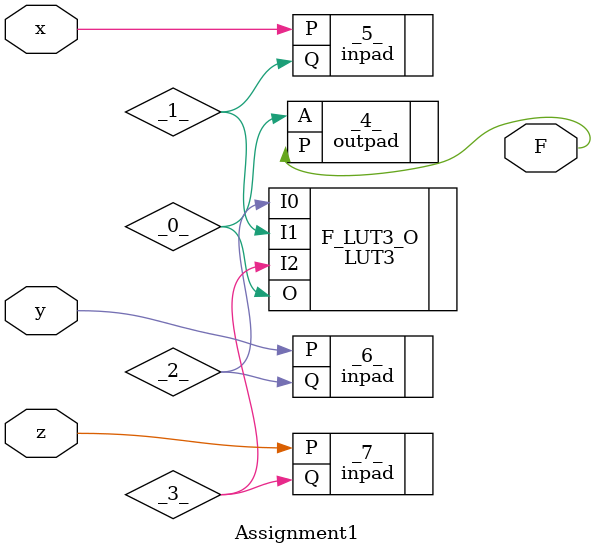
<source format=v>
/* Generated by Yosys 0.9+2406 (git sha1 9ac3484, x86_64-conda_cos6-linux-gnu-gcc 1.24.0.133_b0863d8_dirty -fvisibility-inlines-hidden -fmessage-length=0 -march=nocona -mtune=haswell -ftree-vectorize -fPIC -fstack-protector-strong -fno-plt -O2 -ffunction-sections -fdebug-prefix-map=/root/anaconda3/conda-bld/yosys_1607410735049/work=/usr/local/src/conda/yosys-0.8.0_0003_e80fb742f_20201208_122808 -fdebug-prefix-map=/home/raghavendra/qorc-sdk/fpga_toolchain_install/v1.3.1/conda=/usr/local/src/conda-prefix -fPIC -Os) */

(* top =  1  *)
(* src = "/home/raghavendra/qorc-sdk/assignment1/assign1.v:5.1-30.10" *)
module Assignment1(F, x, y, z);
  wire _0_;
  wire _1_;
  wire _2_;
  wire _3_;
  (* src = "/home/raghavendra/qorc-sdk/assignment1/assign1.v:11.13-11.14" *)
  output F;
  (* src = "/home/raghavendra/qorc-sdk/assignment1/assign1.v:9.12-9.13" *)
  input x;
  (* src = "/home/raghavendra/qorc-sdk/assignment1/assign1.v:8.12-8.13" *)
  input y;
  (* src = "/home/raghavendra/qorc-sdk/assignment1/assign1.v:7.12-7.13" *)
  input z;
  (* keep = 32'd1 *)
  outpad #(
    .IO_LOC("X12Y3"),
    .IO_PAD("3"),
    .IO_TYPE("BIDIR")
  ) _4_ (
    .A(_0_),
    .P(F)
  );
  (* keep = 32'd1 *)
  inpad #(
    .IO_LOC("X4Y32"),
    .IO_PAD("23"),
    .IO_TYPE("BIDIR")
  ) _5_ (
    .P(x),
    .Q(_1_)
  );
  (* keep = 32'd1 *)
  inpad #(
    .IO_LOC("X2Y31"),
    .IO_PAD("21"),
    .IO_TYPE("SDIOMUX")
  ) _6_ (
    .P(y),
    .Q(_2_)
  );
  (* keep = 32'd1 *)
  inpad #(
    .IO_LOC("X3Y30"),
    .IO_PAD("18"),
    .IO_TYPE("SDIOMUX")
  ) _7_ (
    .P(z),
    .Q(_3_)
  );
  (* module_not_derived = 32'd1 *)
  (* src = "/home/raghavendra/qorc-sdk/fpga_toolchain_install/v1.3.1/conda/bin/../share/yosys/quicklogic/pp3_lut_map.v:36.63-36.121" *)
  LUT3 #(
    .EQN("(I0*~I1*~I2)+(~I0*~I1*I2)+(I0*~I1*I2)"),
    .INIT(9'h064)
  ) F_LUT3_O (
    .I0(_2_),
    .I1(_1_),
    .I2(_3_),
    .O(_0_)
  );
endmodule

</source>
